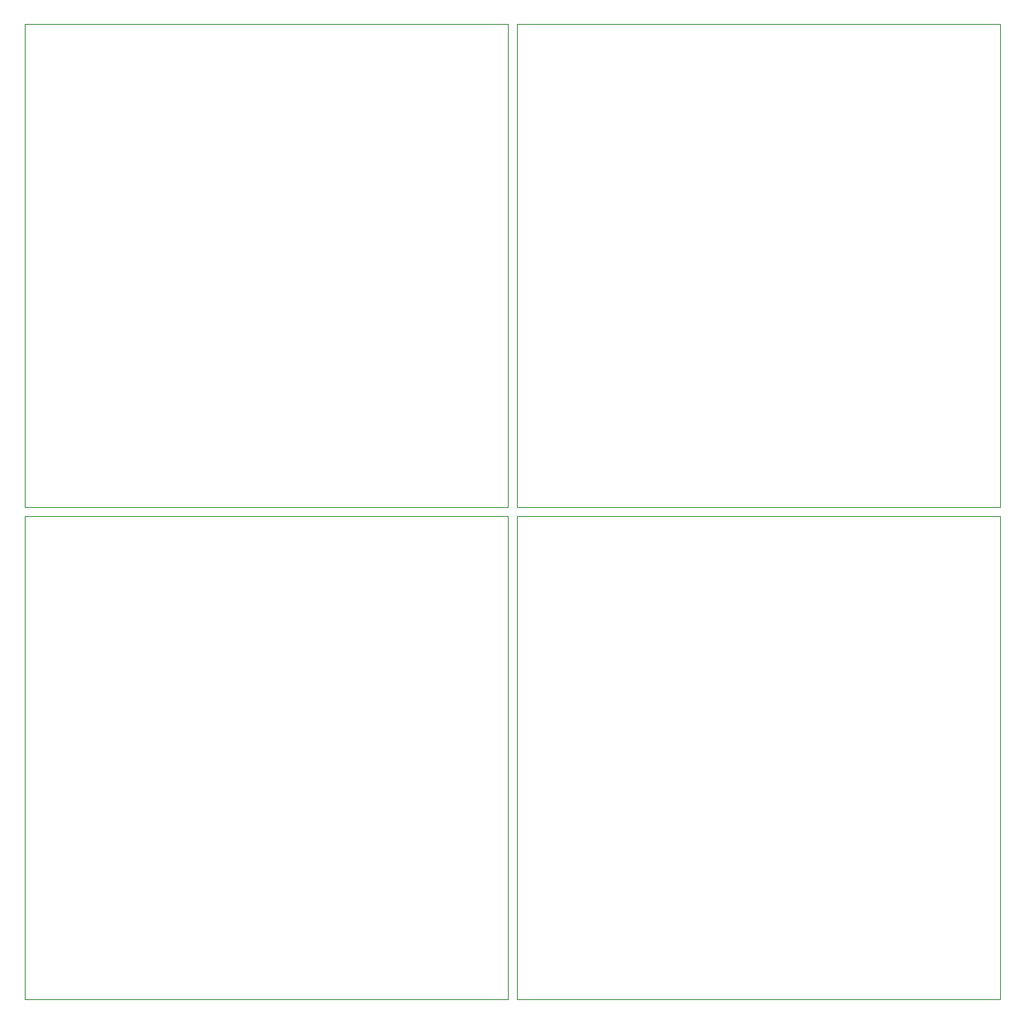
<source format=gko>
%MOIN*%
%OFA0B0*%
%FSLAX44Y44*%
%IPPOS*%
%LPD*%
%ADD10C,0*%
D10*
X00019870Y00019870D02*
X00019870Y00019870D01*
X00039370Y00019870D01*
X00039370Y00039370D01*
X00019870Y00039370D01*
X00019870Y00019870D01*
X00019870Y00000000D02*
X00019870Y00000000D01*
X00039370Y00000000D01*
X00039370Y00019499D01*
X00019870Y00019499D01*
X00019870Y00000000D01*
X00000000Y00019870D02*
X00000000Y00019870D01*
X00019499Y00019870D01*
X00019499Y00039370D01*
X00000000Y00039370D01*
X00000000Y00019870D01*
X00000000Y00000000D02*
X00000000Y00000000D01*
X00019499Y00000000D01*
X00019499Y00019499D01*
X00000000Y00019499D01*
X00000000Y00000000D01*
M02*
</source>
